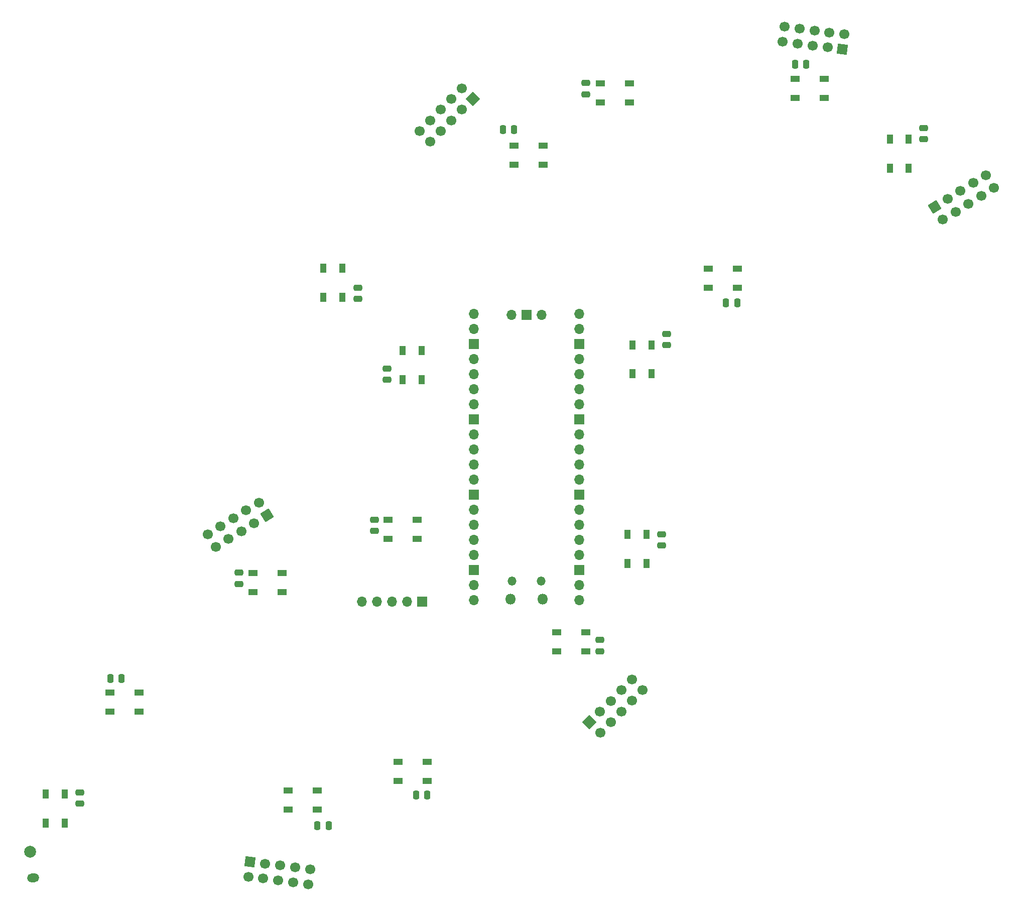
<source format=gbr>
%TF.GenerationSoftware,KiCad,Pcbnew,(6.0.1)*%
%TF.CreationDate,2022-03-23T16:25:01+01:00*%
%TF.ProjectId,pcb_v1,7063625f-7631-42e6-9b69-6361645f7063,v1*%
%TF.SameCoordinates,Original*%
%TF.FileFunction,Soldermask,Top*%
%TF.FilePolarity,Negative*%
%FSLAX46Y46*%
G04 Gerber Fmt 4.6, Leading zero omitted, Abs format (unit mm)*
G04 Created by KiCad (PCBNEW (6.0.1)) date 2022-03-23 16:25:01*
%MOMM*%
%LPD*%
G01*
G04 APERTURE LIST*
G04 Aperture macros list*
%AMRoundRect*
0 Rectangle with rounded corners*
0 $1 Rounding radius*
0 $2 $3 $4 $5 $6 $7 $8 $9 X,Y pos of 4 corners*
0 Add a 4 corners polygon primitive as box body*
4,1,4,$2,$3,$4,$5,$6,$7,$8,$9,$2,$3,0*
0 Add four circle primitives for the rounded corners*
1,1,$1+$1,$2,$3*
1,1,$1+$1,$4,$5*
1,1,$1+$1,$6,$7*
1,1,$1+$1,$8,$9*
0 Add four rect primitives between the rounded corners*
20,1,$1+$1,$2,$3,$4,$5,0*
20,1,$1+$1,$4,$5,$6,$7,0*
20,1,$1+$1,$6,$7,$8,$9,0*
20,1,$1+$1,$8,$9,$2,$3,0*%
%AMHorizOval*
0 Thick line with rounded ends*
0 $1 width*
0 $2 $3 position (X,Y) of the first rounded end (center of the circle)*
0 $4 $5 position (X,Y) of the second rounded end (center of the circle)*
0 Add line between two ends*
20,1,$1,$2,$3,$4,$5,0*
0 Add two circle primitives to create the rounded ends*
1,1,$1,$2,$3*
1,1,$1,$4,$5*%
%AMRotRect*
0 Rectangle, with rotation*
0 The origin of the aperture is its center*
0 $1 length*
0 $2 width*
0 $3 Rotation angle, in degrees counterclockwise*
0 Add horizontal line*
21,1,$1,$2,0,0,$3*%
G04 Aperture macros list end*
%ADD10RoundRect,0.250000X0.475000X-0.250000X0.475000X0.250000X-0.475000X0.250000X-0.475000X-0.250000X0*%
%ADD11R,1.500000X1.000000*%
%ADD12RoundRect,0.250000X-0.475000X0.250000X-0.475000X-0.250000X0.475000X-0.250000X0.475000X0.250000X0*%
%ADD13RoundRect,0.250000X-0.250000X-0.475000X0.250000X-0.475000X0.250000X0.475000X-0.250000X0.475000X0*%
%ADD14R,1.000000X1.500000*%
%ADD15RoundRect,0.250000X0.250000X0.475000X-0.250000X0.475000X-0.250000X-0.475000X0.250000X-0.475000X0*%
%ADD16R,1.700000X1.700000*%
%ADD17O,1.700000X1.700000*%
%ADD18HorizOval,1.500000X0.248490X0.027434X-0.248490X-0.027434X0*%
%ADD19C,2.000000*%
%ADD20RotRect,1.700000X1.700000X262.800000*%
%ADD21HorizOval,1.700000X0.000000X0.000000X0.000000X0.000000X0*%
%ADD22RotRect,1.700000X1.700000X121.800000*%
%ADD23HorizOval,1.700000X0.000000X0.000000X0.000000X0.000000X0*%
%ADD24RotRect,1.700000X1.700000X82.800000*%
%ADD25HorizOval,1.700000X0.000000X0.000000X0.000000X0.000000X0*%
%ADD26RotRect,1.700000X1.700000X135.300000*%
%ADD27HorizOval,1.700000X0.000000X0.000000X0.000000X0.000000X0*%
%ADD28O,1.500000X1.500000*%
%ADD29O,1.800000X1.800000*%
%ADD30RotRect,1.700000X1.700000X301.800000*%
%ADD31HorizOval,1.700000X0.000000X0.000000X0.000000X0.000000X0*%
%ADD32RotRect,1.700000X1.700000X315.300000*%
%ADD33HorizOval,1.700000X0.000000X0.000000X0.000000X0.000000X0*%
G04 APERTURE END LIST*
D10*
%TO.C,C13*%
X166390000Y-42720000D03*
X166390000Y-40820000D03*
%TD*%
D11*
%TO.C,D10*%
X191900000Y-75325000D03*
X191900000Y-72125000D03*
X187000000Y-72125000D03*
X187000000Y-75325000D03*
%TD*%
D12*
%TO.C,C4*%
X81000000Y-160400000D03*
X81000000Y-162300000D03*
%TD*%
D11*
%TO.C,D2*%
X110200000Y-123400000D03*
X110200000Y-126600000D03*
X115100000Y-126600000D03*
X115100000Y-123400000D03*
%TD*%
D13*
%TO.C,C14*%
X152340000Y-48670000D03*
X154240000Y-48670000D03*
%TD*%
D12*
%TO.C,C9*%
X180000000Y-83080000D03*
X180000000Y-84980000D03*
%TD*%
D14*
%TO.C,D16*%
X135425000Y-90850000D03*
X138625000Y-90850000D03*
X138625000Y-85950000D03*
X135425000Y-85950000D03*
%TD*%
D12*
%TO.C,C11*%
X223340000Y-48390000D03*
X223340000Y-50290000D03*
%TD*%
D15*
%TO.C,C5*%
X122970000Y-166030000D03*
X121070000Y-166030000D03*
%TD*%
D10*
%TO.C,C8*%
X179120000Y-118770000D03*
X179120000Y-116870000D03*
%TD*%
D11*
%TO.C,D7*%
X166375000Y-136600000D03*
X166375000Y-133400000D03*
X161475000Y-133400000D03*
X161475000Y-136600000D03*
%TD*%
%TO.C,D12*%
X201625000Y-40125000D03*
X201625000Y-43325000D03*
X206525000Y-43325000D03*
X206525000Y-40125000D03*
%TD*%
D15*
%TO.C,C12*%
X203520000Y-37660000D03*
X201620000Y-37660000D03*
%TD*%
D11*
%TO.C,D6*%
X139625000Y-158450000D03*
X139625000Y-155250000D03*
X134725000Y-155250000D03*
X134725000Y-158450000D03*
%TD*%
D12*
%TO.C,C16*%
X132830000Y-88960000D03*
X132830000Y-90860000D03*
%TD*%
D13*
%TO.C,C10*%
X190010000Y-77840000D03*
X191910000Y-77840000D03*
%TD*%
D14*
%TO.C,D4*%
X75225000Y-165575000D03*
X78425000Y-165575000D03*
X78425000Y-160675000D03*
X75225000Y-160675000D03*
%TD*%
D10*
%TO.C,C2*%
X107880000Y-125280000D03*
X107880000Y-123380000D03*
%TD*%
%TO.C,C15*%
X127920000Y-77200000D03*
X127920000Y-75300000D03*
%TD*%
D11*
%TO.C,D14*%
X154225000Y-51400000D03*
X154225000Y-54600000D03*
X159125000Y-54600000D03*
X159125000Y-51400000D03*
%TD*%
D12*
%TO.C,C7*%
X168760000Y-134720000D03*
X168760000Y-136620000D03*
%TD*%
D13*
%TO.C,C6*%
X137730000Y-160840000D03*
X139630000Y-160840000D03*
%TD*%
D15*
%TO.C,C3*%
X88040000Y-141200000D03*
X86140000Y-141200000D03*
%TD*%
D14*
%TO.C,D11*%
X220825000Y-50300000D03*
X217625000Y-50300000D03*
X217625000Y-55200000D03*
X220825000Y-55200000D03*
%TD*%
D11*
%TO.C,D1*%
X133025000Y-114450000D03*
X133025000Y-117650000D03*
X137925000Y-117650000D03*
X137925000Y-114450000D03*
%TD*%
%TO.C,D5*%
X121075000Y-163325000D03*
X121075000Y-160125000D03*
X116175000Y-160125000D03*
X116175000Y-163325000D03*
%TD*%
D14*
%TO.C,D8*%
X176600000Y-116875000D03*
X173400000Y-116875000D03*
X173400000Y-121775000D03*
X176600000Y-121775000D03*
%TD*%
D10*
%TO.C,C1*%
X130720000Y-116340000D03*
X130720000Y-114440000D03*
%TD*%
D14*
%TO.C,D9*%
X177400000Y-84950000D03*
X174200000Y-84950000D03*
X174200000Y-89850000D03*
X177400000Y-89850000D03*
%TD*%
D11*
%TO.C,D3*%
X86100000Y-143600000D03*
X86100000Y-146800000D03*
X91000000Y-146800000D03*
X91000000Y-143600000D03*
%TD*%
D14*
%TO.C,D15*%
X122100000Y-76900000D03*
X125300000Y-76900000D03*
X125300000Y-72000000D03*
X122100000Y-72000000D03*
%TD*%
D11*
%TO.C,D13*%
X168775000Y-40850000D03*
X168775000Y-44050000D03*
X173675000Y-44050000D03*
X173675000Y-40850000D03*
%TD*%
D16*
%TO.C,J8*%
X138750000Y-128220000D03*
D17*
X136210000Y-128220000D03*
X133670000Y-128220000D03*
X131130000Y-128220000D03*
X128590000Y-128220000D03*
%TD*%
D18*
%TO.C,J7*%
X73136903Y-174796413D03*
D19*
X72654072Y-170422985D03*
%TD*%
D20*
%TO.C,J2*%
X109748404Y-172103336D03*
D21*
X109430058Y-174623307D03*
X112268375Y-172421682D03*
X111950029Y-174941654D03*
X114788347Y-172740029D03*
X114470000Y-175260000D03*
X117308318Y-173058375D03*
X116989972Y-175578347D03*
X119828289Y-173376722D03*
X119509943Y-175896693D03*
%TD*%
D22*
%TO.C,J1*%
X112555923Y-113691792D03*
D23*
X111217455Y-111533065D03*
X110397196Y-115030260D03*
X109058728Y-112871532D03*
X108238468Y-116368727D03*
X106900000Y-114210000D03*
X106079741Y-117707195D03*
X104741273Y-115548468D03*
X103921013Y-119045663D03*
X102582546Y-116886935D03*
%TD*%
D24*
%TO.C,J5*%
X209651596Y-35136664D03*
D25*
X209969942Y-32616693D03*
X207131625Y-34818318D03*
X207449971Y-32298346D03*
X204611653Y-34499971D03*
X204930000Y-31980000D03*
X202091682Y-34181625D03*
X202410028Y-31661653D03*
X199571711Y-33863278D03*
X199890057Y-31343307D03*
%TD*%
D26*
%TO.C,J6*%
X147258676Y-43485761D03*
D27*
X145453245Y-41699138D03*
X145472053Y-45291192D03*
X143666623Y-43504569D03*
X143685431Y-47096622D03*
X141880000Y-45310000D03*
X141898808Y-48902053D03*
X140093378Y-47115430D03*
X140112186Y-50707484D03*
X138306755Y-48920861D03*
%TD*%
D17*
%TO.C,U1*%
X158890000Y-79935000D03*
D16*
X156350000Y-79935000D03*
D17*
X153810000Y-79935000D03*
X165240000Y-127965000D03*
X165240000Y-125425000D03*
D16*
X165240000Y-122885000D03*
D17*
X165240000Y-120345000D03*
X165240000Y-117805000D03*
X165240000Y-115265000D03*
X165240000Y-112725000D03*
D16*
X165240000Y-110185000D03*
D17*
X165240000Y-107645000D03*
X165240000Y-105105000D03*
X165240000Y-102565000D03*
X165240000Y-100025000D03*
D16*
X165240000Y-97485000D03*
D17*
X165240000Y-94945000D03*
X165240000Y-92405000D03*
X165240000Y-89865000D03*
X165240000Y-87325000D03*
D16*
X165240000Y-84785000D03*
D17*
X165240000Y-82245000D03*
X165240000Y-79705000D03*
X147460000Y-79705000D03*
X147460000Y-82245000D03*
D16*
X147460000Y-84785000D03*
D17*
X147460000Y-87325000D03*
X147460000Y-89865000D03*
X147460000Y-92405000D03*
X147460000Y-94945000D03*
D16*
X147460000Y-97485000D03*
D17*
X147460000Y-100025000D03*
X147460000Y-102565000D03*
X147460000Y-105105000D03*
X147460000Y-107645000D03*
D16*
X147460000Y-110185000D03*
D17*
X147460000Y-112725000D03*
X147460000Y-115265000D03*
X147460000Y-117805000D03*
X147460000Y-120345000D03*
D16*
X147460000Y-122885000D03*
D17*
X147460000Y-125425000D03*
X147460000Y-127965000D03*
D28*
X158775000Y-124805000D03*
D29*
X153625000Y-127835000D03*
X159075000Y-127835000D03*
D28*
X153925000Y-124805000D03*
%TD*%
D30*
%TO.C,J4*%
X225214077Y-61688208D03*
D31*
X226552545Y-63846935D03*
X227372804Y-60349740D03*
X228711272Y-62508468D03*
X229531532Y-59011273D03*
X230870000Y-61170000D03*
X231690259Y-57672805D03*
X233028727Y-59831532D03*
X233848987Y-56334337D03*
X235187454Y-58493065D03*
%TD*%
D32*
%TO.C,J3*%
X166971324Y-148584239D03*
D33*
X168776755Y-150370862D03*
X168757947Y-146778808D03*
X170563377Y-148565431D03*
X170544569Y-144973378D03*
X172350000Y-146760000D03*
X172331192Y-143167947D03*
X174136622Y-144954570D03*
X174117814Y-141362516D03*
X175923245Y-143149139D03*
%TD*%
M02*

</source>
